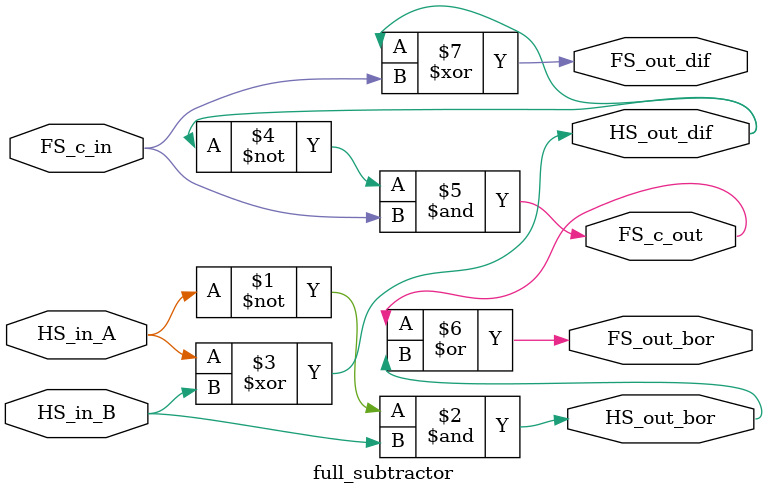
<source format=v>
module full_subtractor (
    HS_in_A,
    HS_in_B,
    HS_out_dif,
    HS_out_bor,
    FS_c_in,
    FS_c_out,
    FS_out_dif,
    FS_out_bor
);

  input HS_in_A;
  input HS_in_B;
  input FS_c_in;
  output HS_out_dif;
  output HS_out_bor;
  output FS_c_out;
  output FS_out_dif;
  output FS_out_bor;


  assign HS_out_bor = ~HS_in_A & HS_in_B;
  assign HS_out_dif = HS_in_A ^ HS_in_B;

  assign FS_c_out = ~HS_out_dif & FS_c_in;
  assign FS_out_bor = FS_c_out | HS_out_bor;
  assign FS_out_dif = HS_out_dif ^ FS_c_in;

endmodule

</source>
